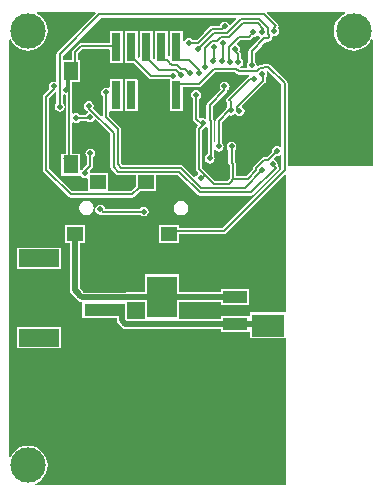
<source format=gbl>
%FSTAX23Y23*%
%MOIN*%
%SFA1B1*%

%IPPOS*%
%ADD14C,0.008000*%
%ADD70C,0.003940*%
%ADD71C,0.020000*%
%ADD72C,0.023620*%
%ADD73C,0.118110*%
%ADD74R,0.098430X0.137800*%
%ADD75R,0.078740X0.039370*%
%ADD76R,0.051180X0.061020*%
%ADD77R,0.031500X0.094490*%
%ADD78R,0.106300X0.074800*%
%ADD79R,0.055120X0.047240*%
%ADD80R,0.137800X0.043310*%
%ADD81R,0.133860X0.059060*%
%ADD82C,0.020000*%
%LNheadset-pcb-1*%
%LPD*%
G36*
X0077Y01565D02*
X00749Y01544D01*
X00745Y01545*
X00745Y01546*
X00741Y01551*
X00736Y01555*
X0073Y01556*
X00723Y01555*
X00718Y01551*
X00714Y01546*
X00714Y01543*
X00689*
X00685Y01542*
X00682Y0154*
X0066Y01518*
X0066Y01518*
X00636Y01495*
X00622*
X00621Y01496*
X00616Y015*
X0061Y01501*
X00603Y015*
X00598Y01496*
X00595Y01492*
X0059Y01493*
Y01525*
X00547*
Y01443*
X00542Y0144*
X0054Y01441*
Y01525*
X00497*
Y01433*
X00492Y01431*
X0049Y01432*
Y01525*
X00447*
Y01437*
X00442Y01434*
X0044Y01435*
Y01525*
X00397*
Y01418*
X00426*
X00476Y01368*
X00479Y01366*
X00483Y01365*
X00487Y01366*
X00487Y01366*
X00546*
X00546Y01365*
X00547Y01365*
Y01258*
X0059*
Y01339*
X00645*
X00649Y01339*
X00652Y01342*
X00699Y01389*
X00763*
X00769Y01382*
X00773Y0138*
X00776Y01379*
X0081*
X00811Y01374*
X00808Y01372*
X00737Y01302*
X00735Y01298*
X00734Y01295*
X00735Y01291*
X00737Y01287*
X00739Y01285*
Y01272*
X00738Y01271*
X00734Y01266*
X00734Y01263*
X00702Y01232*
X007Y01228*
X00699Y01225*
Y01156*
X00698Y01155*
X00693Y01157*
Y01226*
X00692Y0123*
X0069Y01233*
X0069Y01233*
Y01275*
X00736Y01321*
X00739Y01325*
X00739Y01327*
X00741Y01328*
X00744Y01333*
X00746Y0134*
X00744Y01346*
X00741Y01351*
X00736Y01355*
X00729Y01356*
X00723Y01355*
X00718Y01351*
X00714Y01346*
X00713Y0134*
X00714Y01333*
X00716Y0133*
X00672Y01286*
X0067Y01283*
X00669Y01279*
Y01236*
X00664Y01233*
X00662Y01234*
X00656Y01236*
X0065Y01234*
X00649Y01234*
X00645Y01237*
Y01299*
X00646Y013*
X0065Y01305*
X00651Y01312*
X0065Y01318*
X00646Y01323*
X00641Y01327*
X00635Y01328*
X00628Y01327*
X00623Y01323*
X00619Y01318*
X00618Y01312*
X00619Y01305*
X00623Y013*
X00624Y01299*
Y01231*
X00625Y01227*
X00627Y01224*
X00642Y0121*
X00638Y01206*
X00635Y01202*
X00635Y01198*
Y01065*
X00635Y01061*
X00638Y01057*
X00641Y01054*
X0064Y01048*
X00638Y01046*
X00634Y01041*
X00634Y0104*
X00629Y01038*
X00591Y01076*
X00588Y01078*
X00584Y01079*
X0039*
X00384Y01085*
Y01198*
X00383Y01201*
X00381Y01205*
X00345Y01241*
Y01254*
X00347Y01258*
X0039*
Y01365*
X00347*
Y01337*
X00342Y01334*
X00341Y01335*
X00335Y01336*
X00328Y01335*
X00323Y01331*
X00319Y01326*
X00318Y0132*
X00319Y01313*
X00323Y01308*
X00324Y01307*
Y01243*
X00319Y01241*
X00292Y01268*
X00292Y01268*
X00293Y01275*
X00292Y01281*
X00288Y01286*
X00283Y0129*
X00277Y01291*
X0027Y0129*
X00265Y01286*
X00262Y01281*
X0026Y01275*
X00262Y01268*
X00265Y01263*
X00268Y01261*
X00269Y01259*
X00273Y01257*
X00273Y01252*
X00273Y01251*
X00269Y01248*
X00267Y01246*
X00246*
X00246Y01246*
X00241Y0125*
X00235Y01251*
X00228Y0125*
X00227Y01249*
X00222Y01251*
Y01356*
X00248*
Y01429*
X0024*
Y0145*
X00255Y01464*
X00344*
X00347Y0146*
X00347Y01459*
Y01418*
X0039*
Y01525*
X00347*
Y01485*
X00251*
X00247Y01484*
X00243Y01482*
X00223Y01461*
X00221Y01458*
X0022Y01454*
Y01429*
X0019*
Y01443*
X00316Y01569*
X00769*
X0077Y01565*
G37*
G36*
X01131Y01583D02*
X01123Y01579D01*
X01113Y01571*
X01105Y01561*
X01099Y0155*
X01095Y01538*
X01094Y01525*
X01095Y01512*
X01099Y015*
X01105Y01488*
X01113Y01479*
X01123Y0147*
X01134Y01464*
X01147Y01461*
X0116Y01459*
X01172Y01461*
X01185Y01464*
X01196Y0147*
X01206Y01479*
X01214Y01488*
X01218Y01497*
X01223Y01495*
Y01075*
X0094*
Y0135*
X00939Y01353*
X00937Y01357*
X00882Y01412*
X00878Y01414*
X00875Y01415*
X00861*
X00857Y01414*
X00854Y01412*
X00853Y01411*
X00847*
X00843Y0141*
X00841Y01408*
X00838Y01409*
X00836Y0141*
X00835Y01416*
X00831Y01421*
X0083Y01422*
Y01453*
X00866Y01489*
X00874*
X00878Y0149*
X00881Y01492*
X00886Y01497*
X00888Y015*
X00889Y01504*
Y01505*
X00892Y01509*
X00895Y01508*
X00901Y01509*
X00906Y01513*
X0091Y01518*
X00911Y01525*
X0091Y01531*
X00908Y01534*
X00909Y01536*
X0091Y0154*
X00909Y01543*
X00907Y01547*
X0087Y01583*
X00872Y01588*
X0113*
X01131Y01583*
G37*
G36*
X00843Y01508D02*
X00847Y01505D01*
X00848Y015*
X00812Y01464*
X0081Y01461*
X00809Y01457*
Y01422*
X00808Y01421*
X00804Y01416*
X00803Y0141*
X00804Y01405*
X00801Y014*
X00785*
X00782Y01405*
X00782Y01405*
X00786Y01408*
X0079Y01413*
X00791Y0142*
X0079Y01426*
X00786Y01431*
X00785Y01432*
Y01447*
X00784Y01451*
X00782Y01454*
X00779Y01457*
X0078Y0146*
X0078Y0146*
X00781Y01465*
X0078Y01471*
X00776Y01476*
X00772Y01479*
X0077Y01484*
X0078Y01494*
X0081*
X00813Y01495*
X00817Y01497*
X00823Y01504*
X00825Y01503*
X00831Y01504*
X00836Y01508*
X00837Y01509*
X00842*
X00843Y01508*
G37*
G36*
X00301Y01583D02*
X00172Y01455D01*
X0017Y01452*
X00169Y01448*
Y01358*
X00164Y01355*
X0016Y01356*
X00153Y01355*
X00148Y01351*
X00144Y01346*
X00143Y0134*
X00144Y01333*
X00145Y01332*
X00127Y01314*
X00125Y0131*
X00124Y01306*
Y01063*
X00125Y01059*
X00127Y01056*
X00211Y00972*
X00214Y0097*
X00218Y00969*
X0042*
X00424Y0097*
X00427Y00972*
X00446Y00992*
X005*
Y01045*
X00574*
X00639Y00979*
X00643Y00977*
X00647Y00976*
X00819*
X00823Y00977*
X00827Y00979*
X00908Y01061*
X0091Y01064*
X00911Y01068*
X0091Y01072*
X00908Y01075*
X00906Y01078*
X00906Y0108*
X00905Y01086*
X00901Y01091*
X00896Y01094*
X00895Y01095*
X00894Y011*
X00903Y01109*
X00905Y01108*
X00911Y01109*
X00914Y01112*
X00919Y0111*
Y01064*
X00724Y00868*
X00579*
Y00878*
X00512*
Y00818*
X00579*
Y00848*
X00728*
X00732Y00848*
X00735Y00851*
X0093Y01045*
X00935Y01044*
Y00591*
X00933Y00587*
X0093*
X00815*
Y00575*
X0081Y00574*
X00719*
Y00565*
X00576*
Y00623*
X00719*
Y00613*
X0081*
Y00665*
X00719*
Y00655*
X00576*
Y00714*
X00465*
Y00655*
X00407*
X00401Y00654*
X004Y00653*
X00261*
X00259Y00655*
X00256Y00659*
X00246Y00669*
Y00818*
X00264*
Y00878*
X00197*
Y00818*
X00214*
Y00662*
X00215Y00656*
X00219Y00651*
X0023Y00639*
X00233Y00635*
X00242Y00625*
X00248Y00622*
X00254Y00621*
X00255*
Y00568*
X00371*
Y0056*
X00372Y00554*
X00375Y00549*
X00387Y00537*
X00392Y00533*
X00399Y00532*
X00719*
Y00523*
X0081*
X00815Y00522*
Y005*
X0093*
X00933*
X00935Y00496*
Y00011*
X00098*
X00097Y00016*
X001Y00016*
X00111Y00022*
X00121Y00031*
X00129Y0004*
X00135Y00052*
X00139Y00064*
X0014Y00077*
X00139Y0009*
X00135Y00102*
X00129Y00113*
X00121Y00123*
X00111Y00131*
X001Y00137*
X00087Y00141*
X00075Y00142*
X00062Y00141*
X00049Y00137*
X00038Y00131*
X00028Y00123*
X0002Y00113*
X00016Y00105*
X00011Y00106*
Y01495*
X00016Y01497*
X0002Y01488*
X00028Y01479*
X00038Y0147*
X00049Y01464*
X00062Y01461*
X00075Y01459*
X00087Y01461*
X001Y01464*
X00111Y0147*
X00121Y01479*
X00129Y01488*
X00135Y015*
X00139Y01512*
X0014Y01525*
X00139Y01538*
X00135Y0155*
X00129Y01561*
X00121Y01571*
X00111Y01579*
X00103Y01583*
X00104Y01588*
X00299*
X00301Y01583*
G37*
G36*
X00919Y01345D02*
Y01139D01*
X00914Y01137*
X00911Y0114*
X00905Y01141*
X00898Y0114*
X00893Y01136*
X00889Y01131*
X00888Y01125*
X00889Y01123*
X00871Y01105*
X00862*
X00858Y01104*
X00855Y01102*
X00827Y01075*
X00825Y01072*
X00824Y01068*
Y01064*
X00801Y01041*
X00768*
Y01081*
X00767Y01085*
X00765Y01088*
X00763Y01091*
Y01127*
X00764Y01128*
X00768Y01133*
X00769Y0114*
X00768Y01146*
X00764Y01151*
X00759Y01155*
X00753Y01156*
X00746Y01155*
X00741Y01151*
X00737Y01146*
X00736Y0114*
X00737Y01133*
X00741Y01128*
X00742Y01127*
Y01086*
X00743Y01083*
X00745Y01079*
X00748Y01077*
Y01035*
X00747Y01035*
X00745Y01032*
X00745Y01031*
X00739Y01025*
X00699*
X00672Y01052*
X00655Y01069*
Y01194*
X00663Y01202*
X00665Y01206*
X00668Y01206*
X00673Y01203*
Y01114*
X00668Y01111*
X00664Y01106*
X00663Y011*
X00664Y01093*
X00668Y01088*
X00673Y01084*
X0068Y01083*
X00686Y01084*
X00691Y01088*
X00695Y01093*
X00696Y011*
X00695Y01106*
X00693Y01108*
Y01127*
X00698Y01128*
X00698Y01128*
X00703Y01124*
X0071Y01123*
X00716Y01124*
X00721Y01128*
X00725Y01133*
X00726Y0114*
X00725Y01146*
X00721Y01151*
X0072Y01152*
Y0122*
X00744Y01244*
X0075Y01243*
X00756Y01244*
X00761Y01248*
X00767Y01248*
X00768Y01246*
X00773Y01243*
X00779Y01241*
X00785Y01243*
X00791Y01246*
X00794Y01252*
X00796Y01258*
X00794Y01264*
X00791Y01269*
X00789Y0127*
X00789Y01277*
X00864Y01352*
X00866Y01356*
X00867Y01359*
Y0137*
X0087Y01373*
X00871Y0138*
X0087Y01385*
X0087Y01386*
X00872Y01391*
X00873Y01391*
X00919Y01345*
G37*
G36*
X00349Y01182D02*
Y0107D01*
X0035Y01066*
X00352Y01062*
X00367Y01048*
X0037Y01045*
X00374Y01045*
X00433*
Y01008*
X00433Y01007*
X00416Y0099*
X00347*
X00342Y00992*
Y00995*
Y01051*
X00282*
X0028Y01057*
X00279Y01059*
X00288Y01069*
X00291Y01073*
X00291Y01076*
Y01105*
X00293Y01106*
X00296Y01111*
X00297Y01117*
X00296Y01123*
X00293Y01129*
X00287Y01132*
X00281Y01133*
X00275Y01132*
X0027Y01129*
X00266Y01123*
X00265Y01117*
X00266Y01111*
X0027Y01106*
X00271Y01105*
Y01081*
X0026Y0107*
X00258Y01066*
X00257Y01064*
X00254Y01062*
X00253Y01061*
X00248Y01063*
Y01116*
X00222*
Y01218*
X00227Y0122*
X00228Y01219*
X00235Y01218*
X00241Y01219*
X00246Y01223*
X00248Y01226*
X00269*
X00269Y01225*
X00274Y01222*
X0028Y01221*
X00287Y01222*
X00292Y01225*
X00295Y01229*
X003Y01231*
X00349Y01182*
G37*
G36*
X00169Y0132D02*
Y01285D01*
X00168Y01284*
X00164Y01279*
X00163Y01272*
X00164Y01266*
X00168Y01261*
X00173Y01257*
X0018Y01256*
X00186Y01257*
X00191Y01261*
X00195Y01266*
X00196Y01272*
X00195Y01279*
X00191Y01284*
X0019Y01285*
Y01312*
X00194Y01314*
X00195Y01314*
X00201Y01312*
X00201Y01312*
Y01116*
X00185*
Y01103*
X00185Y01103*
X00185Y01101*
Y01043*
X00245*
X00248*
X00252Y01041*
X00254Y01039*
X00259Y01035*
X00265Y01034*
X0027Y01035*
X00275Y01032*
Y00992*
X00271Y0099*
X00222*
X00145Y01067*
Y01302*
X00164Y01322*
X00169Y0132*
G37*
G36*
X00465Y00565D02*
X00408D01*
X00404Y00568*
Y00621*
X00405*
X00411Y00622*
X00413Y00623*
X00465*
Y00565*
G37*
%LNheadset-pcb-2*%
%LPC*%
G36*
X0044Y01365D02*
X00397D01*
Y01258*
X0044*
Y01365*
G37*
G36*
X00584Y00959D02*
X00575Y00957D01*
X00567Y00952*
X00562Y00944*
X0056Y00935*
X00562Y00925*
X00567Y00918*
X00575Y00912*
X00584Y0091*
X00594Y00912*
X00602Y00918*
X00607Y00925*
X00609Y00935*
X00607Y00944*
X00602Y00952*
X00594Y00957*
X00584Y00959*
G37*
G36*
X0027D02*
X0026Y00957D01*
X00252Y00952*
X00247Y00944*
X00245Y00935*
X00247Y00925*
X00252Y00918*
X0026Y00912*
X0027Y0091*
X00279Y00912*
X00287Y00918*
X00292Y00925*
X00294Y00935*
X00292Y00944*
X00287Y00952*
X00279Y00957*
X0027Y00959*
G37*
G36*
X00315Y00946D02*
X00308Y00945D01*
X00303Y00941*
X00299Y00936*
X00298Y0093*
X00299Y00923*
X00303Y00918*
X00308Y00914*
X00315Y00913*
X0032Y00914*
X00321Y00914*
X00325Y00913*
X00447*
X00448Y00912*
X00454Y00908*
X0046Y00907*
X00466Y00908*
X00471Y00912*
X00475Y00917*
X00476Y00923*
X00475Y00929*
X00471Y00935*
X00466Y00938*
X0046Y00939*
X00454Y00938*
X00448Y00935*
X00447Y00933*
X0033*
X0033Y00936*
X00326Y00941*
X00321Y00945*
X00315Y00946*
G37*
G36*
X00184Y00803D02*
X00038D01*
Y00731*
X00184*
Y00803*
G37*
G36*
Y00539D02*
X00038D01*
Y00468*
X00184*
Y00539*
G37*
%LNheadset-pcb-3*%
%LPD*%
G54D14*
X00766Y01456D02*
X0077Y0146D01*
X00689Y01533D02*
X0072D01*
X00726Y0154*
X0073*
X00235Y01271D02*
X00258Y01295D01*
X00277*
X0018Y01272D02*
Y01448D01*
X0016Y01331D02*
Y0134D01*
X0018Y01448D02*
X00311Y0158D01*
X00612Y01428D02*
X00645Y01396D01*
X00277Y01295D02*
X00288Y01306D01*
X0031*
X00566Y01396D02*
X00584Y01379D01*
X00584*
X0058Y01428D02*
X00612D01*
X00569Y0144D02*
X0058Y01428D01*
X00569Y0144D02*
Y01472D01*
X00645Y01385D02*
Y01396D01*
X00554Y0141D02*
X00572D01*
X00549Y01396D02*
X00566D01*
X00665Y01469D02*
X00689Y01493D01*
X00583Y01399D02*
X00593D01*
X00572Y0141D02*
X00583Y01399D01*
X00484Y01376D02*
X00558D01*
X00665Y01405D02*
Y01469D01*
X00695Y01399D02*
X00767D01*
X00645Y01349D02*
X00695Y01399D01*
X00695Y01434D02*
Y0147D01*
X00594Y01398D02*
X00598D01*
X00593Y01399D02*
X00594Y01398D01*
X0055Y01414D02*
X00554Y0141D01*
X00547Y01394D02*
X00549Y01396D01*
X0051Y01394D02*
X00547D01*
X00483Y01375D02*
X00484Y01376D01*
X00549Y01414D02*
X0055D01*
X00543Y0142D02*
X00549Y01414D01*
X00543Y0142D02*
Y01421D01*
X00536Y01428D02*
X00543Y01421D01*
X00716Y01505D02*
X00745D01*
X0079Y0155*
X0082Y01457D02*
X00862Y015D01*
X0082Y0141D02*
Y01457D01*
X00755Y01028D02*
X00758Y01031D01*
X00755Y01026D02*
Y01028D01*
X00743Y01015D02*
X00755Y01026D01*
X00835Y01068D02*
X00862Y01095D01*
X00875*
X00905Y01125*
X00758Y01031D02*
Y01081D01*
X00753Y01086D02*
X00758Y01081D01*
X00753Y01086D02*
Y0114D01*
X0033Y0132D02*
X00332Y01317D01*
X00335Y01315*
X00061Y01416D02*
X00065Y01412D01*
X0075Y0126D02*
Y0129D01*
X00745Y01295D02*
X0075Y0129D01*
X00745Y0126D02*
X0075D01*
X0071Y01225D02*
X00745Y0126D01*
Y01295D02*
X00815Y01365D01*
X00545Y00858D02*
X00728D01*
X00767Y01399D02*
X00776Y0139D01*
X00776Y01505D02*
X0081D01*
X0083Y01285D02*
X0087Y01245D01*
X00862Y015D02*
X00874D01*
X00836Y0139D02*
X00847Y01401D01*
X00776Y0139D02*
X00836D01*
X00745Y01473D02*
X00776Y01505D01*
X00745Y01421D02*
Y01473D01*
Y01421D02*
X00746Y0142D01*
X00847Y01401D02*
X00857D01*
X00815Y01365D02*
X00829D01*
X00765Y01465D02*
X00765D01*
X0077Y0146*
X0087Y01245D02*
X0089D01*
X00861Y01405D02*
X00875D01*
X00857Y01401D02*
X00861Y01405D01*
X00855Y01377D02*
Y0138D01*
X00865Y01474D02*
X00914D01*
X00775Y0142D02*
Y01447D01*
X00875Y01405D02*
X0093Y0135D01*
X00277Y01266D02*
X00279D01*
X0089Y0108D02*
X00901Y01068D01*
X00819Y00987D02*
X00901Y01068D01*
X00647Y00987D02*
X00819D01*
X00652Y01001D02*
X00796D01*
X00855Y0106*
X00835Y0106D02*
Y01068D01*
X00806Y01031D02*
X00835Y0106D01*
X00689Y01493D02*
X00703D01*
X00704Y01492D02*
X00704D01*
X00703Y01493D02*
X00704Y01492D01*
X00681Y01505D02*
Y01505D01*
X00646Y01471D02*
X00681Y01505D01*
X00646Y01471D02*
X00646D01*
X0064Y01465D02*
X00646Y01471D01*
X00667Y01511D02*
X00689Y01533D01*
X00667Y01511D02*
Y01511D01*
X00641Y01485D02*
X00667Y01511D01*
X00695Y01519D02*
X00739D01*
X00681Y01505D02*
X00695Y01519D01*
X00135Y01306D02*
X0016Y01331D01*
X00578Y01055D02*
X00647Y00987D01*
X00374Y01081D02*
X00385Y01069D01*
X0036Y0107D02*
X00374Y01055D01*
X00578*
X00584Y01069D02*
X00652Y01001D01*
X00385Y01069D02*
X00584D01*
X00695Y01015D02*
X00743D01*
X00665Y01045D02*
X00695Y01015D01*
X00374Y01081D02*
Y01198D01*
X0036Y0107D02*
Y01186D01*
X00443Y01007D02*
X00462Y01026D01*
X00443Y01003D02*
Y01007D01*
X0042Y0098D02*
X00443Y01003D01*
X00758Y01031D02*
X00806D01*
X00279Y01266D02*
X0036Y01186D01*
X00277Y01266D02*
Y01275D01*
X00335Y01237D02*
Y01315D01*
Y01237D02*
X00374Y01198D01*
X00448Y01355D02*
Y01359D01*
X00427Y01379D02*
X00437Y01369D01*
X00438*
X00448Y01359*
X00574Y01349D02*
X00645D01*
X00611Y01385D02*
X00615D01*
X00598Y01398D02*
X00611Y01385D01*
X00774Y01258D02*
X00779D01*
X00771Y01261D02*
X00774Y01258D01*
X00635Y01231D02*
X00656Y0121D01*
X00704Y01492D02*
X00716Y01505D01*
X00739Y01519D02*
X00785Y01565D01*
X0023Y01411D02*
Y01454D01*
X00212Y01393D02*
X0023Y01411D01*
X00279Y01236D02*
X0028Y01237D01*
X00236Y01236D02*
X00279D01*
X00235Y01235D02*
X00236Y01236D01*
X0072Y01425D02*
X00722Y01427D01*
X0069Y01425D02*
Y01425D01*
X0061Y01485D02*
X00641D01*
X00723D02*
X00725D01*
X00785Y01565D02*
X00845D01*
X00723Y01484D02*
X00723Y01485D01*
X00366Y01475D02*
X00369Y01472D01*
X00251Y01475D02*
X00366D01*
X0023Y01454D02*
X00251Y01475D01*
X00259Y01445D02*
Y01455D01*
Y01445D02*
X0026Y01445D01*
X00729Y01329D02*
Y0134D01*
X00855Y0152D02*
Y01525D01*
X0081Y01505D02*
X00825Y0152D01*
X00875Y01516D02*
X00878Y01512D01*
X00875Y01516D02*
Y01533D01*
X00875Y01534*
X00845Y01565D02*
X00875Y01534D01*
X00895Y01525D02*
Y01535D01*
X00874Y015D02*
X00878Y01504D01*
Y01512*
X0079Y0155D02*
X0084D01*
X00311Y0158D02*
X0086D01*
X00683Y01103D02*
Y01226D01*
X0068Y011D02*
X00683Y01103D01*
X0068Y01229D02*
Y01279D01*
Y01229D02*
X00683Y01226D01*
X00065Y01412D02*
X00107D01*
X0004Y01394D02*
X00061Y01416D01*
X00201Y01329D02*
Y01332D01*
X00204Y01335*
X00265Y0105D02*
X00266D01*
X00267Y01052*
X00855Y01525D02*
X00859Y0153D01*
X00895Y01535D02*
X009Y0154D01*
X0071Y0114D02*
Y01225D01*
X00462Y01026D02*
X00466D01*
X00135Y01063D02*
Y01306D01*
X00212Y0108D02*
Y01393D01*
X00135Y01063D02*
X00218Y0098D01*
X0042*
X00195Y01101D02*
X00212Y0108D01*
X00267Y01052D02*
Y01062D01*
X00255Y01395D02*
Y0144D01*
Y01395D02*
X0031Y0134D01*
X00315Y0093D02*
X00317Y00927D01*
X00321*
X00325Y00923*
X0046*
X00855Y01377D02*
X00857Y01374D01*
Y01359D02*
Y01374D01*
X00771Y01273D02*
X00857Y01359D01*
X00771Y01261D02*
Y01273D01*
X0086Y0158D02*
X009Y0154D01*
X0064Y01465D02*
X0064D01*
X00645Y01198D02*
X00656Y0121D01*
X00204Y01335D02*
Y0138D01*
X00212Y01393*
X00695Y01434D02*
X00696Y01432D01*
X00723Y01435D02*
Y01484D01*
X00722Y01434D02*
X00723Y01435D01*
X00722Y01427D02*
Y01434D01*
X0069Y01425D02*
X00696Y01432D01*
X00766Y01456D02*
X00775Y01447D01*
X00645Y01065D02*
X00665Y01045D01*
X00663Y01043D02*
X00665Y01045D01*
X0066Y01043D02*
X00663D01*
X00651Y01035D02*
X0066Y01043D01*
X0065Y01035D02*
X00651D01*
X0033Y0132D02*
X00335D01*
X00267Y01062D02*
X00281Y01076D01*
Y01117*
X0004Y01393D02*
Y01394D01*
X00349Y01379D02*
X00427D01*
X00448Y01355D02*
X00457D01*
X00469Y01343*
Y01312D02*
Y01343D01*
X0031Y0134D02*
X00349Y01379D01*
X00469Y01241D02*
X0047Y0124D01*
X00469Y01241D02*
Y01312D01*
X0004Y01075D02*
X00061Y01053D01*
X0004Y01075D02*
Y0108D01*
X00914Y01474D02*
X0093Y0149D01*
X00645Y01065D02*
Y01198D01*
X0093Y0106D02*
Y0135D01*
X00728Y00858D02*
X0093Y0106D01*
X00714Y0106D02*
X00729Y01045D01*
Y01043D02*
Y01045D01*
Y01043D02*
X00735Y01038D01*
Y01035D02*
Y01038D01*
X00714Y0106D02*
Y01105D01*
X0084Y0155D02*
X00859Y0153D01*
X0068Y01279D02*
X00729Y01329D01*
X00477Y01428D02*
X0051Y01394D01*
X00419Y0144D02*
X00483Y01375D01*
X0053Y01428D02*
X00536D01*
X00519Y0144D02*
X0053Y01428D01*
X00569Y01343D02*
X00574Y01349D01*
X00569Y01312D02*
Y01343D01*
X00635Y01231D02*
Y01312D01*
X00517D02*
X00519Y0131D01*
X00469Y01312D02*
X00517D01*
X00357Y0146D02*
X00369Y01472D01*
X00255Y0144D02*
X0026Y01445D01*
X0031Y01306D02*
Y0134D01*
X00419Y0144D02*
Y01472D01*
X00477Y01428D02*
Y01463D01*
X00469Y01472D02*
X00477Y01463D01*
X00519Y0144D02*
Y01472D01*
G54D70*
X0027Y00935D03*
X00584D03*
G54D71*
X0016Y0134D03*
X00235Y01271D03*
X00645Y01385D03*
X00558Y01376D03*
X00665Y01405D03*
X00695Y0147D03*
X00584Y01379D03*
X0075Y0126D03*
X00829Y01365D03*
X00765Y01465D03*
X0089Y01245D03*
X0082Y0141D03*
X00746Y0142D03*
X00855Y0138D03*
X00865Y01474D03*
X00775Y0142D03*
X00855Y0106D03*
X00615Y01385D03*
X00779Y01258D03*
X0072Y01425D03*
X0069D03*
X00725Y01485D03*
X0073Y0154D03*
X00259Y01455D03*
X00729Y0134D03*
X00855Y0152D03*
X00825D03*
X00895Y01525D03*
X00656Y01219D03*
X00107Y01412D03*
X00201Y01329D03*
X0018Y01272D03*
X0028Y01237D03*
X00265Y0105D03*
X0071Y0114D03*
X00753D03*
X00235Y01235D03*
X00172Y01237D03*
X00315Y0093D03*
X0046Y00923D03*
X0064Y01465D03*
X0061Y01485D03*
X00628Y01525D03*
X00895Y0087D03*
X0014Y0091D03*
X00163Y00835D03*
X003Y00815D03*
X0043Y00595D03*
X00125Y0064D03*
X00055Y00895D03*
X0003Y00991D03*
X00905Y00645D03*
X00819Y0083D03*
X0003Y01327D03*
X00711Y0091D03*
X00645Y0092D03*
X00485Y009D03*
X00663Y008D03*
X0055Y0154D03*
X00035Y01217D03*
X00287Y00735D03*
X01055Y01268D03*
X00655Y0069D03*
X0065Y01035D03*
X00335Y0132D03*
X00281Y01117D03*
X0093Y0149D03*
X0083Y01285D03*
X00905Y01125D03*
X00735Y01035D03*
X00714Y01105D03*
X0089Y0108D03*
X00635Y01312D03*
X0031Y01306D03*
X00277Y01275D03*
X0068Y011D03*
G54D72*
X00395Y01095D03*
X00433D03*
X0047D03*
X00508D03*
X00545D03*
X00395Y01131D03*
Y01167D03*
Y01203D03*
X00433Y0124D03*
Y01203D03*
Y01167D03*
Y01131D03*
X0047Y0124D03*
Y01203D03*
Y01167D03*
Y01131D03*
X00508Y0124D03*
Y01203D03*
Y01167D03*
Y01131D03*
X00545Y0124D03*
Y01203D03*
Y01167D03*
Y01131D03*
X00395Y0124D03*
G54D73*
X0116Y01525D03*
X00075D03*
Y00077D03*
G54D74*
X0052Y00639D03*
G54D75*
X00765Y00548D03*
Y00639D03*
Y0073D03*
G54D76*
X0004Y01393D03*
X00217D03*
Y0108D03*
X0004D03*
G54D77*
X00569Y01312D03*
Y01472D03*
X00519Y0131D03*
Y01472D03*
X00469Y01312D03*
Y01472D03*
X00419Y01312D03*
Y01472D03*
X00369Y01312D03*
Y01472D03*
G54D78*
X00874Y00725D03*
Y00543D03*
G54D79*
X0023Y00848D03*
X00309Y01021D03*
X00466D03*
X00545Y00848D03*
G54D80*
X0033Y00675D03*
Y00596D03*
G54D81*
X00111Y00767D03*
Y00503D03*
G54D82*
X00765Y0073D02*
X009D01*
X0004Y0108D02*
Y01393D01*
X0023Y00662D02*
Y00848D01*
Y00662D02*
X00245Y00648D01*
X0023Y00848D02*
Y00858D01*
X00407Y00639D02*
X0052D01*
X00405Y00637D02*
X00407Y00639D01*
X00254Y00637D02*
X00405D01*
X00245Y00646D02*
X00254Y00637D01*
X00245Y00646D02*
Y00648D01*
X0052Y00639D02*
X00765D01*
X009Y0073D02*
X00905Y00725D01*
X00369Y00714D02*
X00385Y0073D01*
X00369Y00686D02*
Y00714D01*
X00358Y00675D02*
X00369Y00686D01*
X0033Y00675D02*
X00358D01*
X00385Y0073D02*
X00765D01*
X009Y00548D02*
X00905Y00543D01*
X00765Y00548D02*
X009D01*
X00399D02*
X00765D01*
X00387Y0056D02*
X00399Y00548D01*
X00387Y0056D02*
Y00584D01*
X00375Y00596D02*
X00387Y00584D01*
X0033Y00596D02*
X00375D01*
M02*
</source>
